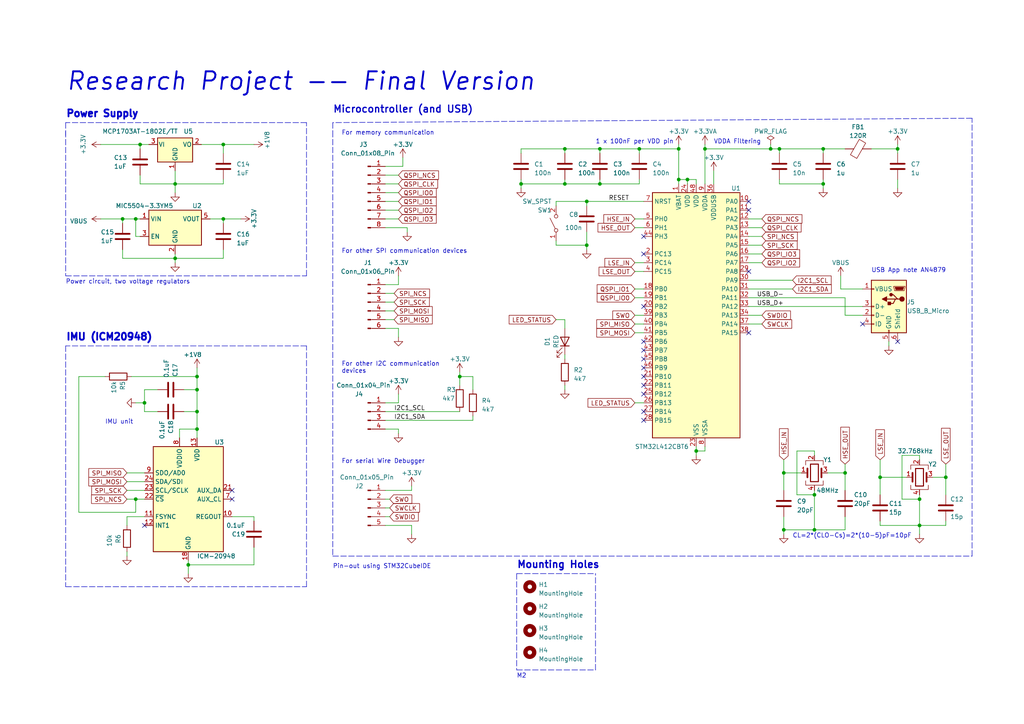
<source format=kicad_sch>
(kicad_sch (version 20230121) (generator eeschema)
  (paper "A4")
  (title_block (title "Research Project") (date "2023-09-03") (rev "0.1") (company "University London College"))
  (lib_symbols
    (symbol "Connector:Conn_01x04_Pin" (pin_names (offset 1.016) hide)
      (property "Reference" "J" (at 0 5.08 0))
      (property "Value" "Conn_01x04_Pin" (at 0 -7.62 0))
      (symbol "Conn_01x04_Pin_1_1"
        (pin passive line (at 5.08 2.54 180) (length 3.81) (name "Pin_1") (number "1"))
        (pin passive line (at 5.08 0 180) (length 3.81) (name "Pin_2") (number "2"))
        (pin passive line (at 5.08 -2.54 180) (length 3.81) (name "Pin_3") (number "3"))
        (pin passive line (at 5.08 -5.08 180) (length 3.81) (name "Pin_4") (number "4"))
      )
    )
    (symbol "Connector:Conn_01x05_Pin" (pin_names (offset 1.016) hide)
      (property "Reference" "J" (at 0 7.62 0))
      (property "Value" "Conn_01x05_Pin" (at 0 -7.62 0))
      (symbol "Conn_01x05_Pin_1_1"
        (pin passive line (at 5.08 5.08 180) (length 3.81) (name "Pin_1") (number "1"))
        (pin passive line (at 5.08 2.54 180) (length 3.81) (name "Pin_2") (number "2"))
        (pin passive line (at 5.08 0 180) (length 3.81) (name "Pin_3") (number "3"))
        (pin passive line (at 5.08 -2.54 180) (length 3.81) (name "Pin_4") (number "4"))
        (pin passive line (at 5.08 -5.08 180) (length 3.81) (name "Pin_5") (number "5"))
      )
    )
    (symbol "Connector:Conn_01x06_Pin" (pin_names (offset 1.016) hide)
      (property "Reference" "J" (at 0 7.62 0))
      (property "Value" "Conn_01x06_Pin" (at 0 -10.16 0))
      (symbol "Conn_01x06_Pin_1_1"
        (pin passive line (at 5.08 5.08 180) (length 3.81) (name "Pin_1") (number "1"))
        (pin passive line (at 5.08 2.54 180) (length 3.81) (name "Pin_2") (number "2"))
        (pin passive line (at 5.08 0 180) (length 3.81) (name "Pin_3") (number "3"))
        (pin passive line (at 5.08 -2.54 180) (length 3.81) (name "Pin_4") (number "4"))
        (pin passive line (at 5.08 -5.08 180) (length 3.81) (name "Pin_5") (number "5"))
        (pin passive line (at 5.08 -7.62 180) (length 3.81) (name "Pin_6") (number "6"))
      )
    )
    (symbol "Connector:Conn_01x08_Pin" (pin_names (offset 1.016) hide)
      (property "Reference" "J" (at 0 10.16 0))
      (property "Value" "Conn_01x08_Pin" (at 0 -12.7 0))
      (symbol "Conn_01x08_Pin_1_1"
        (pin passive line (at 5.08 7.62 180) (length 3.81) (name "Pin_1") (number "1"))
        (pin passive line (at 5.08 5.08 180) (length 3.81) (name "Pin_2") (number "2"))
        (pin passive line (at 5.08 2.54 180) (length 3.81) (name "Pin_3") (number "3"))
        (pin passive line (at 5.08 0 180) (length 3.81) (name "Pin_4") (number "4"))
        (pin passive line (at 5.08 -2.54 180) (length 3.81) (name "Pin_5") (number "5"))
        (pin passive line (at 5.08 -5.08 180) (length 3.81) (name "Pin_6") (number "6"))
        (pin passive line (at 5.08 -7.62 180) (length 3.81) (name "Pin_7") (number "7"))
        (pin passive line (at 5.08 -10.16 180) (length 3.81) (name "Pin_8") (number "8"))
      )
    )
    (symbol "Device:C" (pin_numbers hide) (pin_names (offset 0.254))
      (property "Reference" "C" (at 0.635 2.54 0))
      (property "Value" "C" (at 0.635 -2.54 0))
      (symbol "C_1_1"
        (pin passive line (at 0 3.81 270) (length 2.794) (name "~") (number "1"))
        (pin passive line (at 0 -3.81 90) (length 2.794) (name "~") (number "2"))
      )
    )
    (symbol "Device:Crystal_GND24" (pin_names (offset 1.016) hide)
      (property "Reference" "Y" (at 3.175 5.08 0))
      (property "Value" "Crystal_GND24" (at 3.175 3.175 0))
      (symbol "Crystal_GND24_1_1"
        (pin passive line (at -3.81 0 0) (length 1.27) (name "1") (number "1"))
        (pin passive line (at 0 5.08 270) (length 1.27) (name "2") (number "2"))
        (pin passive line (at 3.81 0 180) (length 1.27) (name "3") (number "3"))
        (pin passive line (at 0 -5.08 90) (length 1.27) (name "4") (number "4"))
      )
    )
    (symbol "Device:FerriteBead" (pin_numbers hide) (pin_names (offset 0))
      (property "Reference" "FB" (at -3.81 0.635 90))
      (property "Value" "FerriteBead" (at 3.81 0 90))
      (symbol "FerriteBead_1_1"
        (pin passive line (at 0 3.81 270) (length 2.54) (name "~") (number "1"))
        (pin passive line (at 0 -3.81 90) (length 2.54) (name "~") (number "2"))
      )
    )
    (symbol "Device:LED" (pin_numbers hide) (pin_names (offset 1.016) hide)
      (property "Reference" "D" (at 0 2.54 0))
      (property "Value" "LED" (at 0 -2.54 0))
      (symbol "LED_1_1"
        (pin passive line (at -3.81 0 0) (length 2.54) (name "K") (number "1"))
        (pin passive line (at 3.81 0 180) (length 2.54) (name "A") (number "2"))
      )
    )
    (symbol "Device:R" (pin_numbers hide) (pin_names (offset 0))
      (property "Reference" "R" (at 2.032 0 90))
      (property "Value" "R" (at 0 0 90))
      (symbol "R_1_1"
        (pin passive line (at 0 3.81 270) (length 1.27) (name "~") (number "1"))
        (pin passive line (at 0 -3.81 90) (length 1.27) (name "~") (number "2"))
      )
    )
    (symbol "MCU_ST_STM32L4:STM32L412CBTx"
      (property "Reference" "U" (at -12.7 36.83 0))
      (property "Value" "STM32L412CBTx" (at 7.62 36.83 0))
      (symbol "STM32L412CBTx_1_1"
        (pin power_in line (at -5.08 38.1 270) (length 2.54) (name "VBAT") (number "1"))
        (pin bidirectional line (at 15.24 33.02 180) (length 2.54) (name "PA0") (number "10"))
        (pin bidirectional line (at 15.24 30.48 180) (length 2.54) (name "PA1") (number "11"))
        (pin bidirectional line (at 15.24 27.94 180) (length 2.54) (name "PA2") (number "12"))
        (pin bidirectional line (at 15.24 25.4 180) (length 2.54) (name "PA3") (number "13"))
        (pin bidirectional line (at 15.24 22.86 180) (length 2.54) (name "PA4") (number "14"))
        (pin bidirectional line (at 15.24 20.32 180) (length 2.54) (name "PA5") (number "15"))
        (pin bidirectional line (at 15.24 17.78 180) (length 2.54) (name "PA6") (number "16"))
        (pin bidirectional line (at 15.24 15.24 180) (length 2.54) (name "PA7") (number "17"))
        (pin bidirectional line (at -15.24 7.62 0) (length 2.54) (name "PB0") (number "18"))
        (pin bidirectional line (at -15.24 5.08 0) (length 2.54) (name "PB1") (number "19"))
        (pin bidirectional line (at -15.24 17.78 0) (length 2.54) (name "PC13") (number "2"))
        (pin bidirectional line (at -15.24 2.54 0) (length 2.54) (name "PB2") (number "20"))
        (pin bidirectional line (at -15.24 -17.78 0) (length 2.54) (name "PB10") (number "21"))
        (pin bidirectional line (at -15.24 -20.32 0) (length 2.54) (name "PB11") (number "22"))
        (pin power_in line (at 0 -38.1 90) (length 2.54) (name "VSS") (number "23"))
        (pin power_in line (at -2.54 38.1 270) (length 2.54) (name "VDD") (number "24"))
        (pin bidirectional line (at -15.24 -22.86 0) (length 2.54) (name "PB12") (number "25"))
        (pin bidirectional line (at -15.24 -25.4 0) (length 2.54) (name "PB13") (number "26"))
        (pin bidirectional line (at -15.24 -27.94 0) (length 2.54) (name "PB14") (number "27"))
        (pin bidirectional line (at -15.24 -30.48 0) (length 2.54) (name "PB15") (number "28"))
        (pin bidirectional line (at 15.24 12.7 180) (length 2.54) (name "PA8") (number "29"))
        (pin bidirectional line (at -15.24 15.24 0) (length 2.54) (name "PC14") (number "3"))
        (pin bidirectional line (at 15.24 10.16 180) (length 2.54) (name "PA9") (number "30"))
        (pin bidirectional line (at 15.24 7.62 180) (length 2.54) (name "PA10") (number "31"))
        (pin bidirectional line (at 15.24 5.08 180) (length 2.54) (name "PA11") (number "32"))
        (pin bidirectional line (at 15.24 2.54 180) (length 2.54) (name "PA12") (number "33"))
        (pin bidirectional line (at 15.24 0 180) (length 2.54) (name "PA13") (number "34"))
        (pin passive line (at 0 -38.1 90) (length 2.54) hide (name "VSS") (number "35"))
        (pin power_in line (at 5.08 38.1 270) (length 2.54) (name "VDDUSB") (number "36"))
        (pin bidirectional line (at 15.24 -2.54 180) (length 2.54) (name "PA14") (number "37"))
        (pin bidirectional line (at 15.24 -5.08 180) (length 2.54) (name "PA15") (number "38"))
        (pin bidirectional line (at -15.24 0 0) (length 2.54) (name "PB3") (number "39"))
        (pin bidirectional line (at -15.24 12.7 0) (length 2.54) (name "PC15") (number "4"))
        (pin bidirectional line (at -15.24 -2.54 0) (length 2.54) (name "PB4") (number "40"))
        (pin bidirectional line (at -15.24 -5.08 0) (length 2.54) (name "PB5") (number "41"))
        (pin bidirectional line (at -15.24 -7.62 0) (length 2.54) (name "PB6") (number "42"))
        (pin bidirectional line (at -15.24 -10.16 0) (length 2.54) (name "PB7") (number "43"))
        (pin bidirectional line (at -15.24 22.86 0) (length 2.54) (name "PH3") (number "44"))
        (pin bidirectional line (at -15.24 -12.7 0) (length 2.54) (name "PB8") (number "45"))
        (pin bidirectional line (at -15.24 -15.24 0) (length 2.54) (name "PB9") (number "46"))
        (pin passive line (at 0 -38.1 90) (length 2.54) hide (name "VSS") (number "47"))
        (pin power_in line (at 0 38.1 270) (length 2.54) (name "VDD") (number "48"))
        (pin bidirectional line (at -15.24 27.94 0) (length 2.54) (name "PH0") (number "5"))
        (pin bidirectional line (at -15.24 25.4 0) (length 2.54) (name "PH1") (number "6"))
        (pin input line (at -15.24 33.02 0) (length 2.54) (name "NRST") (number "7"))
        (pin power_in line (at 2.54 -38.1 90) (length 2.54) (name "VSSA") (number "8"))
        (pin power_in line (at 2.54 38.1 270) (length 2.54) (name "VDDA") (number "9"))
      )
    )
    (symbol "Mechanical:MountingHole" (pin_names (offset 1.016))
      (property "Reference" "H" (at 0 5.08 0))
      (property "Value" "MountingHole" (at 0 3.175 0))
    )
    (symbol "Regulator_Linear:MCP1703Ax-180xxTT" (pin_names (offset 0.254))
      (property "Reference" "U" (at -3.81 3.175 0))
      (property "Value" "MCP1703Ax-180xxTT" (at 0 3.175 0))
      (symbol "MCP1703Ax-180xxTT_1_1"
        (pin power_in line (at 0 -7.62 90) (length 2.54) (name "GND") (number "1"))
        (pin power_out line (at 7.62 0 180) (length 2.54) (name "VO") (number "2"))
        (pin power_in line (at -7.62 0 0) (length 2.54) (name "VI") (number "3"))
      )
    )
    (symbol "Regulator_Linear:MIC5504-3.3YM5"
      (property "Reference" "U" (at -7.62 8.89 0))
      (property "Value" "MIC5504-3.3YM5" (at -7.62 6.35 0))
      (symbol "MIC5504-3.3YM5_1_1"
        (pin power_in line (at -10.16 2.54 0) (length 2.54) (name "VIN") (number "1"))
        (pin power_in line (at 0 -7.62 90) (length 2.54) (name "GND") (number "2"))
        (pin input line (at -10.16 -2.54 0) (length 2.54) (name "EN") (number "3"))
        (pin no_connect line (at 7.62 -2.54 180) (length 2.54) hide (name "NC") (number "4"))
        (pin power_out line (at 10.16 2.54 180) (length 2.54) (name "VOUT") (number "5"))
      )
    )
    (symbol "Sensor_Motion:ICM-20948"
      (property "Reference" "U" (at -11.43 16.51 0))
      (property "Value" "ICM-20948" (at 7.62 -16.51 0))
      (symbol "ICM-20948_1_1"
        (pin no_connect line (at -10.16 12.7 0) (length 2.54) hide (name "NC") (number "1"))
        (pin passive line (at 12.7 -5.08 180) (length 2.54) (name "REGOUT") (number "10"))
        (pin input line (at -12.7 -5.08 0) (length 2.54) (name "FSYNC") (number "11"))
        (pin output line (at -12.7 -7.62 0) (length 2.54) (name "INT1") (number "12"))
        (pin power_in line (at 2.54 17.78 270) (length 2.54) (name "VDD") (number "13"))
        (pin no_connect line (at 10.16 7.62 180) (length 2.54) hide (name "NC") (number "14"))
        (pin no_connect line (at 10.16 5.08 180) (length 2.54) hide (name "NC") (number "15"))
        (pin no_connect line (at 10.16 -7.62 180) (length 2.54) hide (name "NC") (number "16"))
        (pin no_connect line (at 10.16 -10.16 180) (length 2.54) hide (name "NC") (number "17"))
        (pin power_in line (at 0 -17.78 90) (length 2.54) (name "GND") (number "18"))
        (pin no_connect line (at 10.16 -12.7 180) (length 2.54) hide (name "RESV") (number "19"))
        (pin no_connect line (at -10.16 10.16 0) (length 2.54) hide (name "NC") (number "2"))
        (pin passive line (at 0 -17.78 90) (length 2.54) hide (name "GND") (number "20"))
        (pin bidirectional line (at 12.7 2.54 180) (length 2.54) (name "AUX_DA") (number "21"))
        (pin input line (at -12.7 0 0) (length 2.54) (name "~{CS}") (number "22"))
        (pin input line (at -12.7 2.54 0) (length 2.54) (name "SCL/SCLK") (number "23"))
        (pin bidirectional line (at -12.7 5.08 0) (length 2.54) (name "SDA/SDI") (number "24"))
        (pin no_connect line (at -10.16 -2.54 0) (length 2.54) hide (name "NC") (number "3"))
        (pin no_connect line (at -10.16 -10.16 0) (length 2.54) hide (name "NC") (number "4"))
        (pin no_connect line (at -10.16 -12.7 0) (length 2.54) hide (name "NC") (number "5"))
        (pin no_connect line (at 10.16 10.16 180) (length 2.54) hide (name "NC") (number "6"))
        (pin output line (at 12.7 0 180) (length 2.54) (name "AUX_CL") (number "7"))
        (pin power_in line (at -2.54 17.78 270) (length 2.54) (name "VDDIO") (number "8"))
        (pin bidirectional line (at -12.7 7.62 0) (length 2.54) (name "SDO/AD0") (number "9"))
      )
    )
    (symbol "Switch:SW_SPST" (pin_names (offset 0) hide)
      (property "Reference" "SW" (at 0 3.175 0))
      (property "Value" "SW_SPST" (at 0 -2.54 0))
      (symbol "SW_SPST_1_1"
        (pin passive line (at -5.08 0 0) (length 2.54) (name "A") (number "1"))
        (pin passive line (at 5.08 0 180) (length 2.54) (name "B") (number "2"))
      )
    )
    (symbol "USB_B_Micro_1" (pin_names (offset 1.016))
      (property "Reference" "J" (at -5.08 11.43 0))
      (property "Value" "USB_B_Micro" (at -5.08 8.89 0))
      (symbol "USB_B_Micro_1_1_1"
        (pin power_out line (at 7.62 5.08 180) (length 2.54) (name "VBUS") (number "1"))
        (pin bidirectional line (at 7.62 -2.54 180) (length 2.54) (name "D-") (number "2"))
        (pin bidirectional line (at 7.62 0 180) (length 2.54) (name "D+") (number "3"))
        (pin passive line (at 7.62 -5.08 180) (length 2.54) (name "ID") (number "4"))
        (pin power_out line (at 0 -10.16 90) (length 2.54) (name "GND") (number "5"))
        (pin passive line (at -2.54 -10.16 90) (length 2.54) (name "Shield") (number "6"))
      )
    )
    (symbol "power:+1V8" (power) (pin_names (offset 0))
      (property "Value" "+1V8" (at 0 3.556 0))
      (symbol "+1V8_1_1"
        (pin power_in line (at 0 0 90) (length 0) hide (name "+1V8") (number "1"))
      )
    )
    (symbol "power:+3.3V" (power) (pin_names (offset 0))
      (property "Value" "+3.3V" (at 0 3.556 0))
      (symbol "+3.3V_1_1"
        (pin power_in line (at 0 0 90) (length 0) hide (name "+3.3V") (number "1"))
      )
    )
    (symbol "power:+3.3VA" (power) (pin_names (offset 0))
      (property "Value" "+3.3VA" (at 0 3.556 0))
      (symbol "+3.3VA_1_1"
        (pin power_in line (at 0 0 90) (length 0) hide (name "+3.3VA") (number "1"))
      )
    )
    (symbol "power:GND" (power) (pin_names (offset 0))
      (property "Value" "GND" (at 0 -3.81 0))
      (symbol "GND_1_1"
        (pin power_in line (at 0 0 270) (length 0) hide (name "GND") (number "1"))
      )
    )
    (symbol "power:PWR_FLAG" (power) (pin_numbers hide) (pin_names (offset 0) hide)
      (property "Value" "PWR_FLAG" (at 0 3.81 0))
      (symbol "PWR_FLAG_0_0"
        (pin power_out line (at 0 0 90) (length 0) (name "pwr") (number "1"))
      )
    )
    (symbol "power:VBUS" (power) (pin_names (offset 0))
      (property "Value" "VBUS" (at 0 3.81 0))
      (symbol "VBUS_1_1"
        (pin power_in line (at 0 0 90) (length 0) hide (name "VBUS") (number "1"))
      )
    )
  )
  (junction (at 226.06 43.18))
  (junction (at 185.42 43.18))
  (junction (at 40.64 41.91))
  (junction (at 274.32 138.43))
  (junction (at 255.27 138.43))
  (junction (at 163.83 53.34))
  (junction (at 196.85 43.18))
  (junction (at 54.61 163.83))
  (junction (at 201.93 130.81))
  (junction (at 227.33 137.16))
  (junction (at 245.11 137.16))
  (junction (at 39.37 144.78))
  (junction (at 236.22 143.51))
  (junction (at 39.37 63.5))
  (junction (at 57.15 119.38))
  (junction (at 204.47 43.18))
  (junction (at 266.7 144.78))
  (junction (at 196.85 52.07))
  (junction (at 173.99 53.34))
  (junction (at 64.77 63.5))
  (junction (at 199.39 52.07))
  (junction (at 64.77 41.91))
  (junction (at 173.99 43.18))
  (junction (at 57.15 124.46))
  (junction (at 266.7 152.4))
  (junction (at 151.13 53.34))
  (junction (at 50.8 74.93))
  (junction (at 227.33 153.67))
  (junction (at 236.22 153.67))
  (junction (at 170.18 71.12))
  (junction (at 57.15 109.22))
  (junction (at 133.35 109.22))
  (junction (at 223.52 43.18))
  (junction (at 238.76 53.34))
  (junction (at 238.76 43.18))
  (junction (at 35.56 63.5))
  (junction (at 50.8 53.34))
  (junction (at 163.83 43.18))
  (junction (at 41.91 116.84))
  (junction (at 170.18 58.42))
  (junction (at 260.35 43.18))
  (junction (at 57.15 113.03))
  (no_connect (at 217.17 60.96))
  (no_connect (at 186.69 68.58))
  (no_connect (at 186.69 119.38))
  (no_connect (at 186.69 109.22))
  (no_connect (at 186.69 121.92))
  (no_connect (at 67.31 142.24))
  (no_connect (at 186.69 104.14))
  (no_connect (at 250.19 93.98))
  (no_connect (at 217.17 96.52))
  (no_connect (at 186.69 106.68))
  (no_connect (at 41.91 152.4))
  (no_connect (at 186.69 73.66))
  (no_connect (at 217.17 78.74))
  (no_connect (at 67.31 144.78))
  (no_connect (at 260.35 99.06))
  (no_connect (at 186.69 99.06))
  (no_connect (at 186.69 111.76))
  (no_connect (at 217.17 58.42))
  (no_connect (at 186.69 101.6))
  (no_connect (at 186.69 88.9))
  (no_connect (at 186.69 114.3))
  (wire (pts (xy 163.83 43.18) (xy 173.99 43.18)))
  (wire (pts (xy 115.57 124.46) (xy 115.57 125.73)))
  (wire (pts (xy 111.76 95.25) (xy 115.57 95.25)))
  (wire (pts (xy 50.8 49.53) (xy 50.8 53.34)))
  (polyline (pts (xy 19.05 38.1) (xy 19.05 80.01)) (stroke (width 0) (type dash)))
  (wire (pts (xy 151.13 44.45) (xy 151.13 43.18)))
  (wire (pts (xy 163.83 111.76) (xy 163.83 113.03)))
  (wire (pts (xy 227.33 153.67) (xy 227.33 154.94)))
  (polyline (pts (xy 19.05 35.56) (xy 19.05 39.37)) (stroke (width 0) (type dash)))
  (wire (pts (xy 184.15 78.74) (xy 186.69 78.74)))
  (wire (pts (xy 238.76 52.07) (xy 238.76 53.34)))
  (wire (pts (xy 38.1 109.22) (xy 57.15 109.22)))
  (wire (pts (xy 220.98 73.66) (xy 217.17 73.66)))
  (wire (pts (xy 161.29 58.42) (xy 170.18 58.42)))
  (wire (pts (xy 236.22 153.67) (xy 245.11 153.67)))
  (wire (pts (xy 260.35 52.07) (xy 260.35 54.61)))
  (wire (pts (xy 170.18 67.31) (xy 170.18 71.12)))
  (wire (pts (xy 199.39 52.07) (xy 199.39 53.34)))
  (wire (pts (xy 113.03 147.32) (xy 111.76 147.32)))
  (wire (pts (xy 231.14 130.81) (xy 231.14 143.51)))
  (wire (pts (xy 257.81 100.33) (xy 257.81 99.06)))
  (wire (pts (xy 115.57 60.96) (xy 111.76 60.96)))
  (wire (pts (xy 54.61 163.83) (xy 73.66 163.83)))
  (wire (pts (xy 114.3 87.63) (xy 111.76 87.63)))
  (wire (pts (xy 45.72 113.03) (xy 41.91 113.03)))
  (wire (pts (xy 118.11 66.04) (xy 118.11 67.31)))
  (wire (pts (xy 184.15 76.2) (xy 186.69 76.2)))
  (wire (pts (xy 274.32 138.43) (xy 274.32 134.62)))
  (wire (pts (xy 111.76 82.55) (xy 115.57 82.55)))
  (wire (pts (xy 54.61 166.37) (xy 54.61 163.83)))
  (wire (pts (xy 274.32 151.13) (xy 274.32 152.4)))
  (wire (pts (xy 64.77 52.07) (xy 64.77 53.34)))
  (wire (pts (xy 252.73 43.18) (xy 260.35 43.18)))
  (wire (pts (xy 170.18 58.42) (xy 170.18 59.69)))
  (wire (pts (xy 220.98 71.12) (xy 217.17 71.12)))
  (wire (pts (xy 113.03 149.86) (xy 111.76 149.86)))
  (wire (pts (xy 238.76 43.18) (xy 238.76 44.45)))
  (wire (pts (xy 207.01 49.53) (xy 207.01 53.34)))
  (wire (pts (xy 196.85 43.18) (xy 196.85 52.07)))
  (wire (pts (xy 36.83 144.78) (xy 39.37 144.78)))
  (wire (pts (xy 73.66 149.86) (xy 73.66 151.13)))
  (polyline (pts (xy 96.52 35.56) (xy 96.52 38.1)) (stroke (width 0) (type dash)))
  (wire (pts (xy 184.15 66.04) (xy 186.69 66.04)))
  (wire (pts (xy 22.86 148.59) (xy 39.37 148.59)))
  (wire (pts (xy 116.84 48.26) (xy 116.84 45.72)))
  (wire (pts (xy 204.47 43.18) (xy 204.47 53.34)))
  (wire (pts (xy 185.42 53.34) (xy 173.99 53.34)))
  (wire (pts (xy 245.11 149.86) (xy 245.11 153.67)))
  (wire (pts (xy 220.98 93.98) (xy 217.17 93.98)))
  (wire (pts (xy 30.48 109.22) (xy 22.86 109.22)))
  (wire (pts (xy 36.83 149.86) (xy 41.91 149.86)))
  (wire (pts (xy 196.85 52.07) (xy 196.85 53.34)))
  (wire (pts (xy 115.57 63.5) (xy 111.76 63.5)))
  (wire (pts (xy 36.83 137.16) (xy 41.91 137.16)))
  (wire (pts (xy 57.15 124.46) (xy 57.15 127)))
  (wire (pts (xy 199.39 52.07) (xy 196.85 52.07)))
  (wire (pts (xy 40.64 41.91) (xy 43.18 41.91)))
  (wire (pts (xy 227.33 137.16) (xy 227.33 142.24)))
  (wire (pts (xy 64.77 41.91) (xy 73.66 41.91)))
  (wire (pts (xy 204.47 130.81) (xy 201.93 130.81)))
  (wire (pts (xy 111.76 144.78) (xy 113.03 144.78)))
  (polyline (pts (xy 88.9 100.33) (xy 19.05 100.33)) (stroke (width 0) (type dash)))
  (wire (pts (xy 29.21 41.91) (xy 40.64 41.91)))
  (wire (pts (xy 173.99 43.18) (xy 185.42 43.18)))
  (polyline (pts (xy 19.05 80.01) (xy 88.9 80.01)) (stroke (width 0) (type dash)))
  (wire (pts (xy 41.91 119.38) (xy 45.72 119.38)))
  (wire (pts (xy 274.32 152.4) (xy 266.7 152.4)))
  (wire (pts (xy 255.27 152.4) (xy 266.7 152.4)))
  (wire (pts (xy 170.18 58.42) (xy 186.69 58.42)))
  (wire (pts (xy 151.13 43.18) (xy 163.83 43.18)))
  (wire (pts (xy 111.76 116.84) (xy 115.57 116.84)))
  (wire (pts (xy 238.76 53.34) (xy 238.76 54.61)))
  (wire (pts (xy 184.15 93.98) (xy 186.69 93.98)))
  (polyline (pts (xy 19.05 100.33) (xy 19.05 170.18)) (stroke (width 0) (type dash)))
  (wire (pts (xy 39.37 144.78) (xy 41.91 144.78)))
  (wire (pts (xy 255.27 151.13) (xy 255.27 152.4)))
  (wire (pts (xy 243.84 83.82) (xy 243.84 80.01)))
  (wire (pts (xy 40.64 53.34) (xy 50.8 53.34)))
  (wire (pts (xy 236.22 142.24) (xy 236.22 143.51)))
  (wire (pts (xy 173.99 53.34) (xy 163.83 53.34)))
  (wire (pts (xy 50.8 74.93) (xy 50.8 76.2)))
  (wire (pts (xy 201.93 52.07) (xy 199.39 52.07)))
  (wire (pts (xy 114.3 92.71) (xy 111.76 92.71)))
  (wire (pts (xy 111.76 121.92) (xy 137.16 121.92)))
  (polyline (pts (xy 149.86 166.37) (xy 149.86 194.31)) (stroke (width 0) (type dash)))
  (wire (pts (xy 255.27 138.43) (xy 255.27 143.51)))
  (wire (pts (xy 227.33 137.16) (xy 232.41 137.16)))
  (wire (pts (xy 64.77 41.91) (xy 64.77 44.45)))
  (wire (pts (xy 196.85 43.18) (xy 196.85 41.91)))
  (wire (pts (xy 270.51 138.43) (xy 274.32 138.43)))
  (wire (pts (xy 163.83 92.71) (xy 163.83 95.25)))
  (wire (pts (xy 50.8 53.34) (xy 64.77 53.34)))
  (wire (pts (xy 240.03 137.16) (xy 245.11 137.16)))
  (wire (pts (xy 115.57 53.34) (xy 111.76 53.34)))
  (wire (pts (xy 36.83 142.24) (xy 41.91 142.24)))
  (wire (pts (xy 111.76 152.4) (xy 119.38 152.4)))
  (wire (pts (xy 163.83 104.14) (xy 163.83 102.87)))
  (wire (pts (xy 184.15 91.44) (xy 186.69 91.44)))
  (polyline (pts (xy 281.94 34.29) (xy 96.52 35.56)) (stroke (width 0) (type dash)))
  (wire (pts (xy 184.15 96.52) (xy 186.69 96.52)))
  (wire (pts (xy 40.64 63.5) (xy 39.37 63.5)))
  (wire (pts (xy 255.27 138.43) (xy 262.89 138.43)))
  (wire (pts (xy 52.07 124.46) (xy 57.15 124.46)))
  (wire (pts (xy 53.34 119.38) (xy 57.15 119.38)))
  (wire (pts (xy 60.96 63.5) (xy 64.77 63.5)))
  (wire (pts (xy 245.11 91.44) (xy 245.11 86.36)))
  (wire (pts (xy 41.91 113.03) (xy 41.91 116.84)))
  (wire (pts (xy 226.06 43.18) (xy 226.06 44.45)))
  (wire (pts (xy 260.35 41.91) (xy 260.35 43.18)))
  (wire (pts (xy 35.56 63.5) (xy 35.56 64.77)))
  (wire (pts (xy 58.42 41.91) (xy 64.77 41.91)))
  (wire (pts (xy 119.38 152.4) (xy 119.38 154.94)))
  (wire (pts (xy 137.16 120.65) (xy 137.16 121.92)))
  (wire (pts (xy 40.64 68.58) (xy 39.37 68.58)))
  (polyline (pts (xy 96.52 161.29) (xy 281.94 161.29)) (stroke (width 0) (type dash)))
  (wire (pts (xy 266.7 144.78) (xy 266.7 152.4)))
  (wire (pts (xy 114.3 90.17) (xy 111.76 90.17)))
  (wire (pts (xy 39.37 148.59) (xy 39.37 144.78)))
  (wire (pts (xy 223.52 41.91) (xy 223.52 43.18)))
  (wire (pts (xy 57.15 113.03) (xy 57.15 119.38)))
  (wire (pts (xy 163.83 53.34) (xy 151.13 53.34)))
  (wire (pts (xy 151.13 53.34) (xy 151.13 54.61)))
  (polyline (pts (xy 88.9 170.18) (xy 88.9 100.33)) (stroke (width 0) (type dash)))
  (wire (pts (xy 35.56 72.39) (xy 35.56 74.93)))
  (polyline (pts (xy 149.86 194.31) (xy 172.72 194.31)) (stroke (width 0) (type dash)))
  (wire (pts (xy 53.34 113.03) (xy 57.15 113.03)))
  (wire (pts (xy 201.93 53.34) (xy 201.93 52.07)))
  (wire (pts (xy 260.35 43.18) (xy 260.35 44.45)))
  (wire (pts (xy 111.76 119.38) (xy 133.35 119.38)))
  (wire (pts (xy 223.52 43.18) (xy 226.06 43.18)))
  (wire (pts (xy 50.8 73.66) (xy 50.8 74.93)))
  (wire (pts (xy 39.37 116.84) (xy 41.91 116.84)))
  (wire (pts (xy 184.15 116.84) (xy 186.69 116.84)))
  (wire (pts (xy 261.62 132.08) (xy 261.62 144.78)))
  (wire (pts (xy 204.47 41.91) (xy 204.47 43.18)))
  (wire (pts (xy 40.64 50.8) (xy 40.64 53.34)))
  (wire (pts (xy 161.29 92.71) (xy 163.83 92.71)))
  (polyline (pts (xy 96.52 38.1) (xy 96.52 161.29)) (stroke (width 0) (type dash)))
  (wire (pts (xy 50.8 53.34) (xy 50.8 55.88)))
  (wire (pts (xy 245.11 137.16) (xy 245.11 142.24)))
  (wire (pts (xy 111.76 142.24) (xy 119.38 142.24)))
  (wire (pts (xy 57.15 109.22) (xy 57.15 113.03)))
  (wire (pts (xy 114.3 85.09) (xy 111.76 85.09)))
  (wire (pts (xy 133.35 109.22) (xy 133.35 111.76)))
  (wire (pts (xy 227.33 149.86) (xy 227.33 153.67)))
  (wire (pts (xy 67.31 149.86) (xy 73.66 149.86)))
  (wire (pts (xy 227.33 133.35) (xy 227.33 137.16)))
  (wire (pts (xy 226.06 43.18) (xy 238.76 43.18)))
  (wire (pts (xy 64.77 63.5) (xy 64.77 64.77)))
  (wire (pts (xy 57.15 119.38) (xy 57.15 124.46)))
  (wire (pts (xy 151.13 52.07) (xy 151.13 53.34)))
  (wire (pts (xy 245.11 91.44) (xy 250.19 91.44)))
  (wire (pts (xy 111.76 48.26) (xy 116.84 48.26)))
  (polyline (pts (xy 88.9 35.56) (xy 19.05 35.56)) (stroke (width 0) (type dash)))
  (wire (pts (xy 255.27 133.35) (xy 255.27 138.43)))
  (wire (pts (xy 266.7 132.08) (xy 266.7 133.35)))
  (wire (pts (xy 201.93 129.54) (xy 201.93 130.81)))
  (wire (pts (xy 185.42 44.45) (xy 185.42 43.18)))
  (wire (pts (xy 220.98 68.58) (xy 217.17 68.58)))
  (wire (pts (xy 161.29 69.85) (xy 161.29 71.12)))
  (wire (pts (xy 36.83 160.02) (xy 36.83 161.29)))
  (wire (pts (xy 201.93 130.81) (xy 201.93 132.08)))
  (wire (pts (xy 236.22 153.67) (xy 227.33 153.67)))
  (wire (pts (xy 54.61 162.56) (xy 54.61 163.83)))
  (wire (pts (xy 111.76 66.04) (xy 118.11 66.04)))
  (wire (pts (xy 119.38 142.24) (xy 119.38 140.97)))
  (wire (pts (xy 220.98 76.2) (xy 217.17 76.2)))
  (wire (pts (xy 163.83 52.07) (xy 163.83 53.34)))
  (polyline (pts (xy 19.05 170.18) (xy 88.9 170.18)) (stroke (width 0) (type dash)))
  (wire (pts (xy 161.29 59.69) (xy 161.29 58.42)))
  (wire (pts (xy 250.19 83.82) (xy 243.84 83.82)))
  (wire (pts (xy 173.99 44.45) (xy 173.99 43.18)))
  (wire (pts (xy 274.32 138.43) (xy 274.32 143.51)))
  (wire (pts (xy 266.7 144.78) (xy 266.7 143.51)))
  (wire (pts (xy 217.17 88.9) (xy 250.19 88.9)))
  (wire (pts (xy 115.57 95.25) (xy 115.57 97.79)))
  (wire (pts (xy 137.16 113.03) (xy 137.16 109.22)))
  (wire (pts (xy 39.37 68.58) (xy 39.37 63.5)))
  (wire (pts (xy 266.7 132.08) (xy 261.62 132.08)))
  (wire (pts (xy 266.7 152.4) (xy 266.7 154.94)))
  (wire (pts (xy 261.62 144.78) (xy 266.7 144.78)))
  (wire (pts (xy 115.57 114.3) (xy 115.57 116.84)))
  (wire (pts (xy 238.76 43.18) (xy 245.11 43.18)))
  (wire (pts (xy 22.86 109.22) (xy 22.86 148.59)))
  (wire (pts (xy 36.83 149.86) (xy 36.83 152.4)))
  (wire (pts (xy 226.06 53.34) (xy 238.76 53.34)))
  (wire (pts (xy 226.06 52.07) (xy 226.06 53.34)))
  (wire (pts (xy 204.47 129.54) (xy 204.47 130.81)))
  (wire (pts (xy 115.57 55.88) (xy 111.76 55.88)))
  (wire (pts (xy 39.37 63.5) (xy 35.56 63.5)))
  (wire (pts (xy 185.42 43.18) (xy 196.85 43.18)))
  (polyline (pts (xy 88.9 80.01) (xy 88.9 35.56)) (stroke (width 0) (type dash)))
  (wire (pts (xy 115.57 82.55) (xy 115.57 80.01)))
  (wire (pts (xy 50.8 74.93) (xy 64.77 74.93)))
  (wire (pts (xy 64.77 63.5) (xy 69.85 63.5)))
  (wire (pts (xy 73.66 158.75) (xy 73.66 163.83)))
  (wire (pts (xy 217.17 86.36) (xy 245.11 86.36)))
  (wire (pts (xy 111.76 124.46) (xy 115.57 124.46)))
  (polyline (pts (xy 149.86 166.37) (xy 172.72 166.37)) (stroke (width 0) (type dash)))
  (wire (pts (xy 220.98 63.5) (xy 217.17 63.5)))
  (wire (pts (xy 115.57 58.42) (xy 111.76 58.42)))
  (wire (pts (xy 231.14 143.51) (xy 236.22 143.51)))
  (wire (pts (xy 236.22 132.08) (xy 236.22 130.81)))
  (wire (pts (xy 133.35 107.95) (xy 133.35 109.22)))
  (wire (pts (xy 41.91 116.84) (xy 41.91 119.38)))
  (wire (pts (xy 29.21 63.5) (xy 35.56 63.5)))
  (wire (pts (xy 236.22 130.81) (xy 231.14 130.81)))
  (wire (pts (xy 173.99 52.07) (xy 173.99 53.34)))
  (wire (pts (xy 64.77 72.39) (xy 64.77 74.93)))
  (wire (pts (xy 217.17 83.82) (xy 229.87 83.82)))
  (wire (pts (xy 57.15 106.68) (xy 57.15 109.22)))
  (wire (pts (xy 236.22 143.51) (xy 236.22 153.67)))
  (wire (pts (xy 184.15 83.82) (xy 186.69 83.82)))
  (wire (pts (xy 220.98 66.04) (xy 217.17 66.04)))
  (polyline (pts (xy 172.72 194.31) (xy 172.72 166.37)) (stroke (width 0) (type dash)))
  (wire (pts (xy 161.29 71.12) (xy 170.18 71.12)))
  (polyline (pts (xy 281.94 161.29) (xy 281.94 34.29)) (stroke (width 0) (type dash)))
  (wire (pts (xy 204.47 43.18) (xy 223.52 43.18)))
  (wire (pts (xy 36.83 139.7) (xy 41.91 139.7)))
  (wire (pts (xy 220.98 91.44) (xy 217.17 91.44)))
  (wire (pts (xy 185.42 52.07) (xy 185.42 53.34)))
  (wire (pts (xy 170.18 71.12) (xy 170.18 72.39)))
  (wire (pts (xy 52.07 127) (xy 52.07 124.46)))
  (wire (pts (xy 245.11 134.62) (xy 245.11 137.16)))
  (wire (pts (xy 35.56 74.93) (xy 50.8 74.93)))
  (wire (pts (xy 40.64 41.91) (xy 40.64 43.18)))
  (wire (pts (xy 217.17 81.28) (xy 229.87 81.28)))
  (wire (pts (xy 133.35 109.22) (xy 137.16 109.22)))
  (wire (pts (xy 184.15 63.5) (xy 186.69 63.5)))
  (wire (pts (xy 115.57 50.8) (xy 111.76 50.8)))
  (wire (pts (xy 184.15 86.36) (xy 186.69 86.36)))
  (wire (pts (xy 163.83 43.18) (xy 163.83 44.45)))
  (text "CL=2*(CLO-Cs)=2*(10-5)pF=10pF" (at 229.87 156.21 0) (effects (font (size 1.27 1.27)) (justify left bottom)))
  (text "For serial Wire Debugger\n" (at 99.06 134.62 0) (effects (font (size 1.27 1.27)) (justify left bottom)))
  (text "For memory communication\n" (at 99.06 39.37 0) (effects (font (size 1.27 1.27)) (justify left bottom)))
  (text "Research Project -- Final Version\n" (at 19.05 26.67 0) (effects (font (size 5.08 5.08) (thickness 0.5588) bold italic) (justify left bottom)))
  (text "Power circuit, two voltage regulators" (at 19.05 82.55 0) (effects (font (size 1.27 1.27)) (justify left bottom)))
  (text "USB App note AN4879\n\n" (at 252.73 81.28 0) (effects (font (size 1.27 1.27)) (justify left bottom)))
  (text "M2\n" (at 149.86 196.85 0) (effects (font (size 1.27 1.27)) (justify left bottom)))
  (text "For other SPI communication devices\n" (at 99.06 73.66 0) (effects (font (size 1.27 1.27)) (justify left bottom)))
  (text "1 x 100nF per VDD pin" (at 172.72 41.91 0) (effects (font (size 1.27 1.27)) (justify left bottom)))
  (text "Pin-out using STM32CubeIDE\n" (at 96.52 165.1 0) (effects (font (size 1.27 1.27)) (justify left bottom)))
  (text "IMU unit\n" (at 30.48 123.19 0) (effects (font (size 1.27 1.27)) (justify left bottom)))
  (text "VDDA Filtering\n" (at 207.01 41.91 0) (effects (font (size 1.27 1.27)) (justify left bottom)))
  (text "Mounting Holes" (at 149.86 165.1 0) (effects (font (size 2.032 2.032) (thickness 0.4064) bold) (justify left bottom)))
  (text "Microcontroller (and USB)" (at 96.52 33.02 0) (effects (font (size 2.032 2.032) (thickness 0.3556) bold) (justify left bottom)))
  (text "IMU (ICM20948)" (at 19.05 99.06 0) (effects (font (size 2.032 2.032) (thickness 1.3716) bold) (justify left bottom)))
  (text "Power Supply\n" (at 19.05 34.29 0) (effects (font (size 2.032 2.032) (thickness 1.3716) bold) (justify left bottom)))
  (text "For other I2C communication \ndevices\n\n" (at 99.06 110.49 0) (effects (font (size 1.27 1.27)) (justify left bottom)))
  (label "I2C1_SDA" (at 114.3 121.92 0))
  (label "I2C1_SCL" (at 114.3 119.38 0))
  (label "USB_D+" (at 227.33 88.9 180))
  (label "USB_D-" (at 227.33 86.36 180))
  (label "RESET" (at 176.53 58.42 0))
  (global_label "SPI_SCK" (shape input) (at 220.98 71.12 0) (property "Intersheetrefs" "${INTERSHEET_REFS}" (effects hide)))
  (global_label "SPI_SCK" (shape input) (at 114.3 87.63 0) (property "Intersheetrefs" "${INTERSHEET_REFS}" (effects hide)))
  (global_label "SPI_MISO" (shape input) (at 114.3 92.71 0) (property "Intersheetrefs" "${INTERSHEET_REFS}" (effects hide)))
  (global_label "LSE_OUT" (shape input) (at 274.32 134.62 90) (property "Intersheetrefs" "${INTERSHEET_REFS}" (effects hide)))
  (global_label "QSPI_CLK" (shape input) (at 115.57 53.34 0) (property "Intersheetrefs" "${INTERSHEET_REFS}" (effects hide)))
  (global_label "SPI_SCK" (shape input) (at 36.83 142.24 180) (property "Intersheetrefs" "${INTERSHEET_REFS}" (effects hide)))
  (global_label "LED_STATUS" (shape input) (at 184.15 116.84 180) (property "Intersheetrefs" "${INTERSHEET_REFS}" (effects hide)))
  (global_label "HSE_OUT" (shape input) (at 245.11 134.62 90) (property "Intersheetrefs" "${INTERSHEET_REFS}" (effects hide)))
  (global_label "SWDIO" (shape input) (at 113.03 149.86 0) (property "Intersheetrefs" "${INTERSHEET_REFS}" (effects hide)))
  (global_label "SWDIO" (shape input) (at 220.98 91.44 0) (property "Intersheetrefs" "${INTERSHEET_REFS}" (effects hide)))
  (global_label "QSPI_IO3" (shape input) (at 115.57 63.5 0) (property "Intersheetrefs" "${INTERSHEET_REFS}" (effects hide)))
  (global_label "HSE_IN" (shape input) (at 227.33 133.35 90) (property "Intersheetrefs" "${INTERSHEET_REFS}" (effects hide)))
  (global_label "SPI_NCS" (shape input) (at 220.98 68.58 0) (property "Intersheetrefs" "${INTERSHEET_REFS}" (effects hide)))
  (global_label "HSE_OUT" (shape input) (at 184.15 66.04 180) (property "Intersheetrefs" "${INTERSHEET_REFS}" (effects hide)))
  (global_label "QSPI_CLK" (shape input) (at 220.98 66.04 0) (property "Intersheetrefs" "${INTERSHEET_REFS}" (effects hide)))
  (global_label "LSE_IN" (shape input) (at 184.15 76.2 180) (property "Intersheetrefs" "${INTERSHEET_REFS}" (effects hide)))
  (global_label "SWO" (shape input) (at 113.03 144.78 0) (property "Intersheetrefs" "${INTERSHEET_REFS}" (effects hide)))
  (global_label "SPI_MOSI" (shape input) (at 184.15 96.52 180) (property "Intersheetrefs" "${INTERSHEET_REFS}" (effects hide)))
  (global_label "QSPI_IO3" (shape input) (at 220.98 73.66 0) (property "Intersheetrefs" "${INTERSHEET_REFS}" (effects hide)))
  (global_label "SWO" (shape input) (at 184.15 91.44 180) (property "Intersheetrefs" "${INTERSHEET_REFS}" (effects hide)))
  (global_label "I2C1_SCL" (shape input) (at 229.87 81.28 0) (property "Intersheetrefs" "${INTERSHEET_REFS}" (effects hide)))
  (global_label "LED_STATUS" (shape input) (at 161.29 92.71 180) (property "Intersheetrefs" "${INTERSHEET_REFS}" (effects hide)))
  (global_label "LSE_OUT" (shape input) (at 184.15 78.74 180) (property "Intersheetrefs" "${INTERSHEET_REFS}" (effects hide)))
  (global_label "QSPI_IO1" (shape input) (at 115.57 58.42 0) (property "Intersheetrefs" "${INTERSHEET_REFS}" (effects hide)))
  (global_label "SWCLK" (shape input) (at 113.03 147.32 0) (property "Intersheetrefs" "${INTERSHEET_REFS}" (effects hide)))
  (global_label "SPI_NCS" (shape input) (at 36.83 144.78 180) (property "Intersheetrefs" "${INTERSHEET_REFS}" (effects hide)))
  (global_label "SPI_NCS" (shape input) (at 114.3 85.09 0) (property "Intersheetrefs" "${INTERSHEET_REFS}" (effects hide)))
  (global_label "LSE_IN" (shape input) (at 255.27 133.35 90) (property "Intersheetrefs" "${INTERSHEET_REFS}" (effects hide)))
  (global_label "QSPI_IO0" (shape input) (at 115.57 55.88 0) (property "Intersheetrefs" "${INTERSHEET_REFS}" (effects hide)))
  (global_label "I2C1_SDA" (shape input) (at 229.87 83.82 0) (property "Intersheetrefs" "${INTERSHEET_REFS}" (effects hide)))
  (global_label "QSPI_IO1" (shape input) (at 184.15 83.82 180) (property "Intersheetrefs" "${INTERSHEET_REFS}" (effects hide)))
  (global_label "SPI_MISO" (shape input) (at 36.83 137.16 180) (property "Intersheetrefs" "${INTERSHEET_REFS}" (effects hide)))
  (global_label "SPI_MOSI" (shape input) (at 36.83 139.7 180) (property "Intersheetrefs" "${INTERSHEET_REFS}" (effects hide)))
  (global_label "QSPI_NCS" (shape input) (at 115.57 50.8 0) (property "Intersheetrefs" "${INTERSHEET_REFS}" (effects hide)))
  (global_label "HSE_IN" (shape input) (at 184.15 63.5 180) (property "Intersheetrefs" "${INTERSHEET_REFS}" (effects hide)))
  (global_label "QSPI_IO2" (shape input) (at 115.57 60.96 0) (property "Intersheetrefs" "${INTERSHEET_REFS}" (effects hide)))
  (global_label "SWCLK" (shape input) (at 220.98 93.98 0) (property "Intersheetrefs" "${INTERSHEET_REFS}" (effects hide)))
  (global_label "SPI_MOSI" (shape input) (at 114.3 90.17 0) (property "Intersheetrefs" "${INTERSHEET_REFS}" (effects hide)))
  (global_label "QSPI_IO0" (shape input) (at 184.15 86.36 180) (property "Intersheetrefs" "${INTERSHEET_REFS}" (effects hide)))
  (global_label "QSPI_NCS" (shape input) (at 220.98 63.5 0) (property "Intersheetrefs" "${INTERSHEET_REFS}" (effects hide)))
  (global_label "QSPI_IO2" (shape input) (at 220.98 76.2 0) (property "Intersheetrefs" "${INTERSHEET_REFS}" (effects hide)))
  (global_label "SPI_MISO" (shape input) (at 184.15 93.98 180) (property "Intersheetrefs" "${INTERSHEET_REFS}" (effects hide)))
  (symbol (lib_id "Device:R") (at 137.16 116.84 0) (unit 1)
    (property "Reference" "R4" (at 139.7 116.205 0) (effects (justify left)))
    (property "Value" "4k7" (at 139.7 118.745 0) (effects (justify left)))
    (property "Footprint" "Resistor_SMD:R_0402_1005Metric" (effects hide))
  )
  (symbol (lib_id "power:+3.3V") (at 115.57 114.3 0) (unit 1)
    (property "Reference" "#PWR031" (effects hide))
    (property "Value" "+3.3V" (at 115.57 110.49 0))
  )
  (symbol (lib_id "Mechanical:MountingHole") (at 153.67 176.53 0) (unit 1)
    (property "Reference" "H2" (at 156.21 175.895 0) (effects (justify left)))
    (property "Value" "MountingHole" (at 156.21 178.435 0) (effects (justify left)))
    (property "Footprint" "MountingHole:MountingHole_2.2mm_M2" (effects hide))
  )
  (symbol (lib_id "power:+1V8") (at 73.66 41.91 270) (unit 1)
    (property "Reference" "#PWR020" (effects hide))
    (property "Value" "+1V8" (at 77.47 40.64 0))
  )
  (symbol (lib_id "power:+1V8") (at 57.15 106.68 0) (unit 1)
    (property "Reference" "#PWR025" (effects hide))
    (property "Value" "+1V8" (at 55.88 102.87 0))
  )
  (symbol (lib_id "power:GND") (at 260.35 54.61 0) (unit 1)
    (property "Reference" "#PWR07" (effects hide))
    (property "Value" "GND" (effects hide))
  )
  (symbol (lib_id "power:+3.3V") (at 116.84 45.72 0) (unit 1)
    (property "Reference" "#PWR017" (effects hide))
    (property "Value" "+3.3V" (at 116.84 41.91 0))
  )
  (symbol (lib_id "Device:C") (at 73.66 154.94 180) (unit 1)
    (property "Reference" "C19" (at 71.12 154.94 0) (effects (justify left)))
    (property "Value" "0.1uF" (at 71.12 152.4 0) (effects (justify left)))
    (property "Footprint" "Capacitor_SMD:C_0805_2012Metric" (effects hide))
  )
  (symbol (lib_id "power:+3.3V") (at 260.35 41.91 0) (unit 1)
    (property "Reference" "#PWR06" (effects hide))
    (property "Value" "+3.3V" (at 260.35 38.1 0))
  )
  (symbol (lib_id "Switch:SW_SPST") (at 161.29 64.77 90) (unit 1)
    (property "Reference" "SW1" (at 160.02 60.96 90) (effects (justify left)))
    (property "Value" "SW_SPST" (at 160.02 58.42 90) (effects (justify left)))
    (property "Footprint" "Button_Switch_SMD:SW_SPST_PTS645" (effects hide))
  )
  (symbol (lib_id "power:GND") (at 50.8 55.88 0) (unit 1)
    (property "Reference" "#PWR021" (effects hide))
    (property "Value" "GND" (effects hide))
  )
  (symbol (lib_id "power:+3.3V") (at 115.57 80.01 0) (unit 1)
    (property "Reference" "#PWR010" (effects hide))
    (property "Value" "+3.3V" (at 115.57 76.2 0))
  )
  (symbol (lib_id "Device:C") (at 245.11 146.05 0) (unit 1)
    (property "Reference" "C10" (at 247.65 143.51 0) (effects (justify left)))
    (property "Value" "20pF" (at 247.65 146.05 0) (effects (justify left)))
    (property "Footprint" "Capacitor_SMD:C_0402_1005Metric" (effects hide))
  )
  (symbol (lib_id "power:GND") (at 50.8 76.2 0) (unit 1)
    (property "Reference" "#PWR014" (effects hide))
    (property "Value" "GND" (effects hide))
  )
  (symbol (lib_id "power:GND") (at 170.18 72.39 0) (unit 1)
    (property "Reference" "#PWR011" (effects hide))
    (property "Value" "GND" (effects hide))
  )
  (symbol (lib_id "power:GND") (at 266.7 154.94 0) (unit 1)
    (property "Reference" "#PWR028" (effects hide))
    (property "Value" "GND" (effects hide))
  )
  (symbol (lib_id "power:GND") (at 115.57 125.73 0) (unit 1)
    (property "Reference" "#PWR032" (effects hide))
    (property "Value" "GND" (effects hide))
  )
  (symbol (lib_id "power:VBUS") (at 29.21 63.5 90) (unit 1)
    (property "Reference" "#PWR030" (effects hide))
    (property "Value" "VBUS" (at 25.4 64.135 90) (effects (justify left)))
  )
  (symbol (lib_id "Device:Crystal_GND24") (at 236.22 137.16 0) (unit 1)
    (property "Reference" "Y1" (at 240.03 133.35 0))
    (property "Value" "48MHz" (at 240.03 142.24 0))
    (property "Footprint" "Crystal:Crystal_SMD_3225-4Pin_3.2x2.5mm" (effects hide))
  )
  (symbol (lib_id "Connector:Conn_01x06_Pin") (at 106.68 87.63 0) (unit 1)
    (property "Reference" "J1" (at 106.68 76.2 0))
    (property "Value" "Conn_01x06_Pin" (at 106.68 78.74 0))
    (property "Footprint" "Connector_PinHeader_2.54mm:PinHeader_1x06_P2.54mm_Vertical" (effects hide))
  )
  (symbol (lib_id "power:PWR_FLAG") (at 223.52 41.91 0) (unit 1)
    (property "Reference" "#FLG01" (effects hide))
    (property "Value" "PWR_FLAG" (at 223.52 38.1 0))
  )
  (symbol (lib_name "USB_B_Micro_1") (lib_id "Connector:USB_B_Micro") (at 257.81 88.9 0) (mirror y) (unit 1)
    (property "Reference" "J5" (at 264.16 87.63 0))
    (property "Value" "USB_B_Micro" (at 269.24 90.17 0))
    (property "Footprint" "Connector_USB:USB_Micro-B_Wuerth_629105150521" (effects hide))
  )
  (symbol (lib_id "Connector:Conn_01x04_Pin") (at 106.68 119.38 0) (unit 1)
    (property "Reference" "J4" (at 104.14 114.3 0))
    (property "Value" "Conn_01x04_Pin" (at 105.41 111.76 0))
    (property "Footprint" "Connector_PinHeader_2.54mm:PinHeader_1x04_P2.54mm_Vertical" (effects hide))
  )
  (symbol (lib_id "Regulator_Linear:MCP1703Ax-180xxTT") (at 50.8 41.91 0) (unit 1)
    (property "Reference" "U5" (at 54.61 38.1 0))
    (property "Value" "MCP1703AT-1802E/TT" (at 40.64 38.1 0))
    (property "Footprint" "Package_TO_SOT_SMD:SOT-23" (effects hide))
    (property "Datasheet" "http://ww1.microchip.com/downloads/en/DeviceDoc/20005122B.pdf" (effects hide))
  )
  (symbol (lib_id "Connector:Conn_01x05_Pin") (at 106.68 147.32 0) (unit 1)
    (property "Reference" "J2" (at 105.41 140.97 0) (effects (justify right)))
    (property "Value" "Conn_01x05_Pin" (at 114.3 138.43 0) (effects (justify right)))
    (property "Footprint" "Connector_PinHeader_2.54mm:PinHeader_1x05_P2.54mm_Vertical" (effects hide))
  )
  (symbol (lib_id "Device:C") (at 170.18 63.5 0) (unit 1)
    (property "Reference" "C8" (at 166.37 62.23 0))
    (property "Value" "100n" (at 166.37 66.04 0))
    (property "Footprint" "Capacitor_SMD:C_0402_1005Metric" (effects hide))
  )
  (symbol (lib_id "Device:C") (at 274.32 147.32 0) (unit 1)
    (property "Reference" "C12" (at 275.59 144.78 0) (effects (justify left)))
    (property "Value" "15p" (at 275.59 149.86 0) (effects (justify left)))
    (property "Footprint" "Capacitor_SMD:C_0402_1005Metric" (effects hide))
  )
  (symbol (lib_id "Device:C") (at 49.53 113.03 270) (unit 1)
    (property "Reference" "C17" (at 50.8 105.41 0) (effects (justify left)))
    (property "Value" "0.1uF" (at 48.26 104.14 0) (effects (justify left)))
    (property "Footprint" "Capacitor_SMD:C_0805_2012Metric" (effects hide))
  )
  (symbol (lib_id "power:GND") (at 163.83 113.03 0) (unit 1)
    (property "Reference" "#PWR08" (effects hide))
    (property "Value" "GND" (effects hide))
  )
  (symbol (lib_id "Device:C") (at 227.33 146.05 0) (unit 1)
    (property "Reference" "C9" (at 231.14 145.415 0) (effects (justify left)))
    (property "Value" "20pF" (at 231.14 147.955 0) (effects (justify left)))
    (property "Footprint" "Capacitor_SMD:C_0402_1005Metric" (effects hide))
  )
  (symbol (lib_id "power:GND") (at 201.93 132.08 0) (unit 1)
    (property "Reference" "#PWR01" (effects hide))
    (property "Value" "GND" (effects hide))
  )
  (symbol (lib_id "Device:LED") (at 163.83 99.06 270) (mirror x) (unit 1)
    (property "Reference" "D1" (at 158.75 99.06 0))
    (property "Value" "RED" (at 161.29 99.06 0))
    (property "Footprint" "LED_SMD:LED_0402_1005Metric" (effects hide))
  )
  (symbol (lib_id "Device:R") (at 34.29 109.22 270) (unit 1)
    (property "Reference" "R5" (at 35.56 110.49 0) (effects (justify left)))
    (property "Value" "10k" (at 33.02 110.49 0) (effects (justify left)))
    (property "Footprint" "Resistor_SMD:R_0402_1005Metric" (effects hide))
  )
  (symbol (lib_id "power:+3.3V") (at 69.85 63.5 270) (unit 1)
    (property "Reference" "#PWR015" (effects hide))
    (property "Value" "+3.3V" (at 73.66 63.5 0))
  )
  (symbol (lib_id "MCU_ST_STM32L4:STM32L412CBTx") (at 201.93 91.44 0) (unit 1)
    (property "Reference" "U1" (at 212.09 54.61 0) (effects (justify left)))
    (property "Value" "STM32L412CBT6" (at 184.15 129.54 0) (effects (justify left)))
    (property "Footprint" "Package_QFP:LQFP-48_7x7mm_P0.5mm" (effects hide))
    (property "Datasheet" "https://www.st.com/resource/en/datasheet/stm32l412cb.pdf" (effects hide))
  )
  (symbol (lib_id "power:GND") (at 115.57 97.79 0) (unit 1)
    (property "Reference" "#PWR029" (effects hide))
    (property "Value" "GND" (effects hide))
  )
  (symbol (lib_id "power:+3.3V") (at 29.21 41.91 90) (mirror x) (unit 1)
    (property "Reference" "#PWR019" (effects hide))
    (property "Value" "+3.3V" (at 24.13 41.91 0))
  )
  (symbol (lib_id "power:GND") (at 39.37 116.84 270) (unit 1)
    (property "Reference" "#PWR034" (effects hide))
    (property "Value" "GND" (effects hide))
  )
  (symbol (lib_id "Regulator_Linear:MIC5504-3.3YM5") (at 50.8 66.04 0) (unit 1)
    (property "Reference" "U2" (at 57.15 59.69 0))
    (property "Value" "MIC5504-3.3YM5" (at 41.91 59.69 0))
    (property "Footprint" "Package_TO_SOT_SMD:SOT-23-5" (effects hide))
    (property "Datasheet" "http://ww1.microchip.com/downloads/en/DeviceDoc/MIC550X.pdf" (effects hide))
  )
  (symbol (lib_id "power:GND") (at 54.61 166.37 0) (unit 1)
    (property "Reference" "#PWR024" (effects hide))
    (property "Value" "GND" (effects hide))
  )
  (symbol (lib_id "Mechanical:MountingHole") (at 153.67 170.18 0) (unit 1)
    (property "Reference" "H1" (at 156.21 169.545 0) (effects (justify left)))
    (property "Value" "MountingHole" (at 156.21 172.085 0) (effects (justify left)))
    (property "Footprint" "MountingHole:MountingHole_2.2mm_M2" (effects hide))
  )
  (symbol (lib_id "power:VBUS") (at 243.84 80.01 0) (unit 1)
    (property "Reference" "#PWR026" (effects hide))
    (property "Value" "VBUS" (at 243.84 76.2 0))
  )
  (symbol (lib_id "Device:C") (at 64.77 48.26 0) (unit 1)
    (property "Reference" "C14" (at 68.58 47.625 0) (effects (justify left)))
    (property "Value" "1uF" (at 68.58 50.165 0) (effects (justify left)))
    (property "Footprint" "Capacitor_SMD:C_0805_2012Metric" (effects hide))
  )
  (symbol (lib_id "power:GND") (at 119.38 154.94 0) (unit 1)
    (property "Reference" "#PWR035" (effects hide))
    (property "Value" "GND" (effects hide))
  )
  (symbol (lib_id "Device:C") (at 238.76 48.26 0) (unit 1)
    (property "Reference" "C6" (at 242.57 47.625 0) (effects (justify left)))
    (property "Value" "1u" (at 242.57 50.165 0) (effects (justify left)))
    (property "Footprint" "Capacitor_SMD:C_0402_1005Metric" (effects hide))
  )
  (symbol (lib_id "Device:R") (at 36.83 156.21 180) (unit 1)
    (property "Reference" "R6" (at 34.29 154.94 90) (effects (justify left)))
    (property "Value" "10k" (at 31.75 154.94 90) (effects (justify left)))
    (property "Footprint" "Resistor_SMD:R_0402_1005Metric" (effects hide))
  )
  (symbol (lib_id "power:GND") (at 257.81 100.33 0) (unit 1)
    (property "Reference" "#PWR016" (effects hide))
    (property "Value" "GND" (effects hide))
  )
  (symbol (lib_id "Device:Crystal_GND24") (at 266.7 138.43 0) (unit 1)
    (property "Reference" "Y2" (at 270.51 134.62 0))
    (property "Value" "32.768kHz" (at 265.43 130.81 0))
    (property "Footprint" "Crystal:Crystal_SMD_3225-4Pin_3.2x2.5mm" (effects hide))
  )
  (symbol (lib_id "Mechanical:MountingHole") (at 153.67 182.88 0) (unit 1)
    (property "Reference" "H3" (at 156.21 182.245 0) (effects (justify left)))
    (property "Value" "MountingHole" (at 156.21 184.785 0) (effects (justify left)))
    (property "Footprint" "MountingHole:MountingHole_2.2mm_M2" (effects hide))
  )
  (symbol (lib_id "Device:C") (at 226.06 48.26 0) (unit 1)
    (property "Reference" "C5" (at 229.87 47.625 0) (effects (justify left)))
    (property "Value" "10n" (at 229.87 50.165 0) (effects (justify left)))
    (property "Footprint" "Capacitor_SMD:C_0402_1005Metric" (effects hide))
  )
  (symbol (lib_id "Mechanical:MountingHole") (at 153.67 189.23 0) (unit 1)
    (property "Reference" "H4" (at 156.21 188.595 0) (effects (justify left)))
    (property "Value" "MountingHole" (at 156.21 191.135 0) (effects (justify left)))
    (property "Footprint" "MountingHole:MountingHole_2.2mm_M2" (effects hide))
  )
  (symbol (lib_id "Connector:Conn_01x08_Pin") (at 106.68 55.88 0) (unit 1)
    (property "Reference" "J3" (at 105.41 41.91 0))
    (property "Value" "Conn_01x08_Pin" (at 106.68 44.45 0))
    (property "Footprint" "Connector_PinHeader_2.54mm:PinHeader_1x08_P2.54mm_Vertical" (effects hide))
  )
  (symbol (lib_id "Device:C") (at 151.13 48.26 0) (unit 1)
    (property "Reference" "C1" (at 154.94 47.625 0) (effects (justify left)))
    (property "Value" "100n" (at 154.94 50.165 0) (effects (justify left)))
    (property "Footprint" "Capacitor_SMD:C_0603_1608Metric" (effects hide))
  )
  (symbol (lib_id "Device:C") (at 255.27 147.32 0) (unit 1)
    (property "Reference" "C11" (at 257.81 146.05 0) (effects (justify left)))
    (property "Value" "15p" (at 257.81 148.59 0) (effects (justify left)))
    (property "Footprint" "Capacitor_SMD:C_0402_1005Metric" (effects hide))
  )
  (symbol (lib_id "Device:C") (at 64.77 68.58 0) (unit 1)
    (property "Reference" "C16" (at 68.58 67.945 0) (effects (justify left)))
    (property "Value" "1uF" (at 68.58 70.485 0) (effects (justify left)))
    (property "Footprint" "Capacitor_SMD:C_0805_2012Metric" (effects hide))
  )
  (symbol (lib_id "power:+3.3V") (at 196.85 41.91 0) (unit 1)
    (property "Reference" "#PWR02" (effects hide))
    (property "Value" "+3.3V" (at 196.85 38.1 0))
  )
  (symbol (lib_id "Device:C") (at 163.83 48.26 0) (unit 1)
    (property "Reference" "C2" (at 167.64 47.625 0) (effects (justify left)))
    (property "Value" "100n" (at 167.64 50.165 0) (effects (justify left)))
    (property "Footprint" "Capacitor_SMD:C_0402_1005Metric" (effects hide))
  )
  (symbol (lib_id "Device:C") (at 49.53 119.38 270) (unit 1)
    (property "Reference" "C18" (at 49.53 121.92 0) (effects (justify left)))
    (property "Value" "0.1uF" (at 46.99 121.92 0) (effects (justify left)))
    (property "Footprint" "Capacitor_SMD:C_0805_2012Metric" (effects hide))
  )
  (symbol (lib_id "power:GND") (at 151.13 54.61 0) (unit 1)
    (property "Reference" "#PWR03" (effects hide))
    (property "Value" "GND" (effects hide))
  )
  (symbol (lib_id "power:GND") (at 118.11 67.31 0) (unit 1)
    (property "Reference" "#PWR018" (effects hide))
    (property "Value" "GND" (effects hide))
  )
  (symbol (lib_id "Device:C") (at 40.64 46.99 0) (unit 1)
    (property "Reference" "C13" (at 33.02 45.72 0) (effects (justify left)))
    (property "Value" "1uF" (at 33.02 48.26 0) (effects (justify left)))
    (property "Footprint" "Capacitor_SMD:C_0805_2012Metric" (effects hide))
  )
  (symbol (lib_id "Device:C") (at 260.35 48.26 0) (unit 1)
    (property "Reference" "C7" (at 264.16 47.625 0) (effects (justify left)))
    (property "Value" "1u" (at 264.16 50.165 0) (effects (justify left)))
    (property "Footprint" "Capacitor_SMD:C_0402_1005Metric" (effects hide))
  )
  (symbol (lib_id "power:+3.3V") (at 207.01 49.53 0) (unit 1)
    (property "Reference" "#PWR022" (effects hide))
    (property "Value" "+3.3V" (at 207.01 45.72 0))
  )
  (symbol (lib_id "Device:C") (at 185.42 48.26 0) (unit 1)
    (property "Reference" "C4" (at 189.23 47.625 0) (effects (justify left)))
    (property "Value" "100n" (at 189.23 50.165 0) (effects (justify left)))
    (property "Footprint" "Capacitor_SMD:C_0402_1005Metric" (effects hide))
  )
  (symbol (lib_id "Device:FerriteBead") (at 248.92 43.18 90) (unit 1)
    (property "Reference" "FB1" (at 248.8692 36.83 90))
    (property "Value" "120R" (at 248.8692 39.37 90))
    (property "Footprint" "Inductor_SMD:L_0603_1608Metric" (effects hide))
  )
  (symbol (lib_id "power:+3.3VA") (at 204.47 41.91 0) (unit 1)
    (property "Reference" "#PWR04" (effects hide))
    (property "Value" "+3.3VA" (at 204.47 38.1 0))
  )
  (symbol (lib_id "Device:C") (at 35.56 68.58 0) (unit 1)
    (property "Reference" "C15" (at 29.21 67.31 0) (effects (justify left)))
    (property "Value" "1uF" (at 29.21 69.85 0) (effects (justify left)))
    (property "Footprint" "Capacitor_SMD:C_0805_2012Metric" (effects hide))
  )
  (symbol (lib_id "Sensor_Motion:ICM-20948") (at 54.61 144.78 0) (unit 1)
    (property "Reference" "U3" (at 62.23 128.27 0) (effects (justify left)))
    (property "Value" "ICM-20948" (at 57.15 161.29 0) (effects (justify left)))
    (property "Footprint" "Sensor_Motion:InvenSense_QFN-24_3x3mm_P0.4mm" (effects hide))
    (property "Datasheet" "http://www.invensense.com/wp-content/uploads/2016/06/DS-000189-ICM-20948-v1.3.pdf" (effects hide))
  )
  (symbol (lib_id "Device:R") (at 163.83 107.95 0) (unit 1)
    (property "Reference" "R2" (at 166.37 107.315 0) (effects (justify left)))
    (property "Value" "4k7" (at 166.37 109.855 0) (effects (justify left)))
    (property "Footprint" "Resistor_SMD:R_0402_1005Metric" (effects hide))
  )
  (symbol (lib_id "power:GND") (at 227.33 154.94 0) (unit 1)
    (property "Reference" "#PWR09" (effects hide))
    (property "Value" "GND" (effects hide))
  )
  (symbol (lib_id "power:+3.3V") (at 119.38 140.97 0) (unit 1)
    (property "Reference" "#PWR012" (effects hide))
    (property "Value" "+3.3V" (at 119.38 137.16 0))
  )
  (symbol (lib_id "Device:R") (at 133.35 115.57 0) (unit 1)
    (property "Reference" "R3" (at 129.54 113.03 0) (effects (justify left)))
    (property "Value" "4k7" (at 128.27 115.57 0) (effects (justify left)))
    (property "Footprint" "Resistor_SMD:R_0402_1005Metric" (effects hide))
  )
  (symbol (lib_id "power:GND") (at 238.76 54.61 0) (unit 1)
    (property "Reference" "#PWR05" (effects hide))
    (property "Value" "GND" (effects hide))
  )
  (symbol (lib_id "Device:C") (at 173.99 48.26 0) (unit 1)
    (property "Reference" "C3" (at 177.8 47.625 0) (effects (justify left)))
    (property "Value" "100n" (at 177.8 50.165 0) (effects (justify left)))
    (property "Footprint" "Capacitor_SMD:C_0402_1005Metric" (effects hide))
  )
  (symbol (lib_id "power:+3.3V") (at 133.35 107.95 0) (unit 1)
    (property "Reference" "#PWR033" (effects hide))
    (property "Value" "+3.3V" (at 133.35 104.14 0))
  )
  (symbol (lib_id "power:GND") (at 36.83 161.29 0) (unit 1)
    (property "Reference" "#PWR023" (effects hide))
    (property "Value" "GND" (effects hide))
  )
)
</source>
